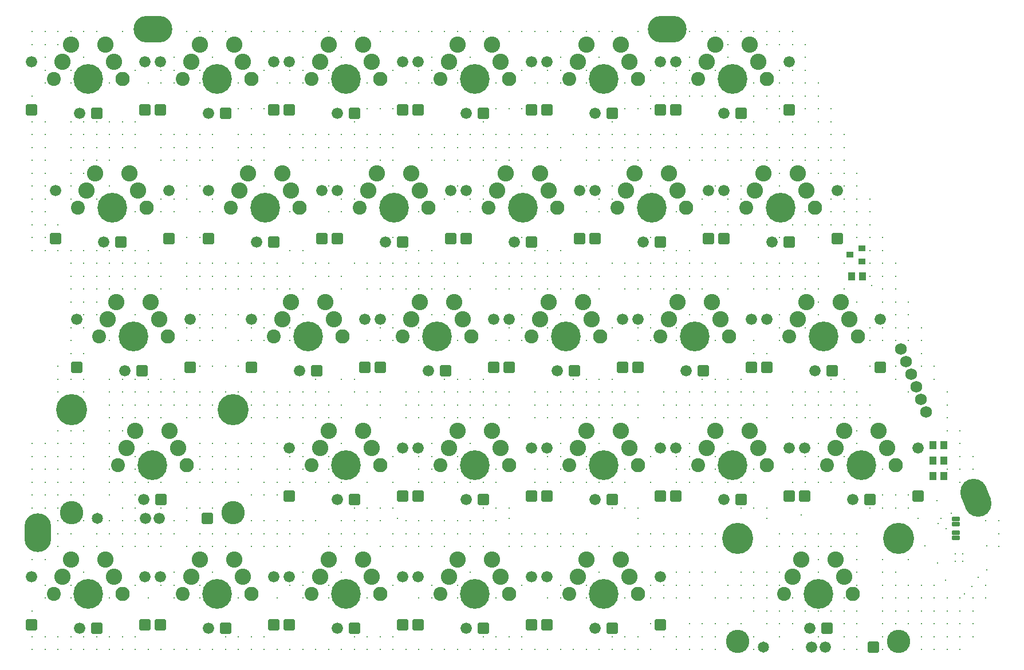
<source format=gts>
G04*
G04 #@! TF.GenerationSoftware,Altium Limited,Altium Designer,18.1.7 (191)*
G04*
G04 Layer_Color=8388736*
%FSLAX25Y25*%
%MOIN*%
G70*
G01*
G75*
G04:AMPARAMS|DCode=18|XSize=26mil|YSize=46mil|CornerRadius=5mil|HoleSize=0mil|Usage=FLASHONLY|Rotation=90.000|XOffset=0mil|YOffset=0mil|HoleType=Round|Shape=RoundedRectangle|*
%AMROUNDEDRECTD18*
21,1,0.02600,0.03600,0,0,90.0*
21,1,0.01600,0.04600,0,0,90.0*
1,1,0.01000,0.01800,0.00800*
1,1,0.01000,0.01800,-0.00800*
1,1,0.01000,-0.01800,-0.00800*
1,1,0.01000,-0.01800,0.00800*
%
%ADD18ROUNDEDRECTD18*%
%ADD19R,0.04143X0.04537*%
%ADD20R,0.04427X0.03758*%
G04:AMPARAMS|DCode=21|XSize=65mil|YSize=65mil|CornerRadius=8.9mil|HoleSize=0mil|Usage=FLASHONLY|Rotation=270.000|XOffset=0mil|YOffset=0mil|HoleType=Round|Shape=RoundedRectangle|*
%AMROUNDEDRECTD21*
21,1,0.06500,0.04720,0,0,270.0*
21,1,0.04720,0.06500,0,0,270.0*
1,1,0.01780,-0.02360,-0.02360*
1,1,0.01780,-0.02360,0.02360*
1,1,0.01780,0.02360,0.02360*
1,1,0.01780,0.02360,-0.02360*
%
%ADD21ROUNDEDRECTD21*%
%ADD22C,0.06600*%
%ADD23C,0.17300*%
%ADD24C,0.08300*%
%ADD25C,0.08100*%
%ADD26C,0.09500*%
G04:AMPARAMS|DCode=27|XSize=65mil|YSize=65mil|CornerRadius=8.9mil|HoleSize=0mil|Usage=FLASHONLY|Rotation=0.000|XOffset=0mil|YOffset=0mil|HoleType=Round|Shape=RoundedRectangle|*
%AMROUNDEDRECTD27*
21,1,0.06500,0.04720,0,0,0.0*
21,1,0.04720,0.06500,0,0,0.0*
1,1,0.01780,0.02360,-0.02360*
1,1,0.01780,-0.02360,-0.02360*
1,1,0.01780,-0.02360,0.02360*
1,1,0.01780,0.02360,0.02360*
%
%ADD27ROUNDEDRECTD27*%
%ADD28C,0.06500*%
%ADD29C,0.18100*%
%ADD30C,0.13600*%
%ADD31C,0.06900*%
%ADD32O,0.15600X0.22600*%
G04:AMPARAMS|DCode=33|XSize=226mil|YSize=156mil|CornerRadius=0mil|HoleSize=0mil|Usage=FLASHONLY|Rotation=112.000|XOffset=0mil|YOffset=0mil|HoleType=Round|Shape=Round|*
%AMOVALD33*
21,1,0.07000,0.15600,0.00000,0.00000,112.0*
1,1,0.15600,0.01311,-0.03245*
1,1,0.15600,-0.01311,0.03245*
%
%ADD33OVALD33*%

%ADD34O,0.22600X0.15600*%
%ADD35C,0.01200*%
D18*
X545000Y72500D02*
D03*
Y75500D02*
D03*
Y80500D02*
D03*
Y83500D02*
D03*
D19*
X538150Y117500D02*
D03*
X531850Y117500D02*
D03*
X538150Y126500D02*
D03*
X531850Y126500D02*
D03*
X538150Y108500D02*
D03*
X531850Y108500D02*
D03*
X490650Y225000D02*
D03*
X484350D02*
D03*
D20*
X490484Y241240D02*
D03*
Y233760D02*
D03*
X483516Y237500D02*
D03*
D21*
X6962Y321962D02*
D03*
X72962D02*
D03*
X147962D02*
D03*
X81963D02*
D03*
X156963D02*
D03*
X222962D02*
D03*
X297962D02*
D03*
X231962D02*
D03*
X306962D02*
D03*
X372962D02*
D03*
X447963D02*
D03*
X381962D02*
D03*
X21025Y246962D02*
D03*
X87025D02*
D03*
X176087D02*
D03*
X110088D02*
D03*
X185088D02*
D03*
X251087D02*
D03*
X326087D02*
D03*
X260087D02*
D03*
X335087D02*
D03*
X401088D02*
D03*
X476088D02*
D03*
X410087D02*
D03*
X33525Y171962D02*
D03*
X99525D02*
D03*
X201087D02*
D03*
X135088D02*
D03*
X210087D02*
D03*
X276087D02*
D03*
X351087D02*
D03*
X285087D02*
D03*
X360087D02*
D03*
X426088D02*
D03*
X501088D02*
D03*
X435087D02*
D03*
X156963Y96962D02*
D03*
X222962D02*
D03*
X297962D02*
D03*
X231962D02*
D03*
X306962D02*
D03*
X372962D02*
D03*
X447963D02*
D03*
X381962D02*
D03*
X456962D02*
D03*
X522963D02*
D03*
X72962Y21962D02*
D03*
X6962D02*
D03*
X81963D02*
D03*
X147962D02*
D03*
X222962D02*
D03*
X156963D02*
D03*
X231962D02*
D03*
X297962D02*
D03*
X372962D02*
D03*
X306962D02*
D03*
D22*
X6962Y349962D02*
D03*
X34962Y319963D02*
D03*
X72962Y349962D02*
D03*
X147962D02*
D03*
X109962Y319963D02*
D03*
X81963Y349962D02*
D03*
X156963D02*
D03*
X184962Y319963D02*
D03*
X222962Y349962D02*
D03*
X297962D02*
D03*
X259963Y319963D02*
D03*
X231962Y349962D02*
D03*
X306962D02*
D03*
X334963Y319963D02*
D03*
X372962Y349962D02*
D03*
X447963D02*
D03*
X409963Y319963D02*
D03*
X381962Y349962D02*
D03*
X21025Y274962D02*
D03*
X49025Y244963D02*
D03*
X87025Y274962D02*
D03*
X176087D02*
D03*
X138087Y244963D02*
D03*
X110088Y274962D02*
D03*
X185088D02*
D03*
X213088Y244963D02*
D03*
X251087Y274962D02*
D03*
X326087D02*
D03*
X288088Y244963D02*
D03*
X260087Y274962D02*
D03*
X335087D02*
D03*
X363088Y244963D02*
D03*
X401088Y274962D02*
D03*
X476088D02*
D03*
X438088Y244963D02*
D03*
X410087Y274962D02*
D03*
X33525Y199962D02*
D03*
X61525Y169963D02*
D03*
X99525Y199962D02*
D03*
X201087D02*
D03*
X163087Y169963D02*
D03*
X135088Y199962D02*
D03*
X210087D02*
D03*
X238088Y169963D02*
D03*
X276087Y199962D02*
D03*
X351087D02*
D03*
X313088Y169963D02*
D03*
X285087Y199962D02*
D03*
X360087D02*
D03*
X388088Y169963D02*
D03*
X426088Y199962D02*
D03*
X501088D02*
D03*
X463088Y169963D02*
D03*
X435087Y199962D02*
D03*
X73462Y83963D02*
D03*
X72462Y94963D02*
D03*
X81463Y83963D02*
D03*
X156963Y124962D02*
D03*
X184962Y94963D02*
D03*
X222962Y124962D02*
D03*
X297962D02*
D03*
X259963Y94963D02*
D03*
X231962Y124962D02*
D03*
X306962D02*
D03*
X334963Y94963D02*
D03*
X372962Y124962D02*
D03*
X447963D02*
D03*
X409963Y94963D02*
D03*
X381962Y124962D02*
D03*
X456962D02*
D03*
X484963Y94963D02*
D03*
X522963Y124962D02*
D03*
X72962Y49962D02*
D03*
X34962Y19963D02*
D03*
X6962Y49962D02*
D03*
X81963D02*
D03*
X109962Y19963D02*
D03*
X147962Y49962D02*
D03*
X222962D02*
D03*
X184962Y19963D02*
D03*
X156963Y49962D02*
D03*
X231962D02*
D03*
X259963Y19963D02*
D03*
X297962Y49962D02*
D03*
X372962D02*
D03*
X334963Y19963D02*
D03*
X306962Y49962D02*
D03*
X460962Y8963D02*
D03*
X459963Y19963D02*
D03*
X468962Y8963D02*
D03*
D23*
X39963Y339963D02*
D03*
X114962D02*
D03*
X189962D02*
D03*
X264963D02*
D03*
X339963D02*
D03*
X414962D02*
D03*
X54025Y264963D02*
D03*
X143087D02*
D03*
X218088D02*
D03*
X293088D02*
D03*
X368088D02*
D03*
X443087D02*
D03*
X66525Y189962D02*
D03*
X168087D02*
D03*
X243088D02*
D03*
X318088D02*
D03*
X393088D02*
D03*
X468087D02*
D03*
X77463Y114962D02*
D03*
X189962D02*
D03*
X264963D02*
D03*
X339963D02*
D03*
X414962D02*
D03*
X489962D02*
D03*
X39963Y39963D02*
D03*
X114962D02*
D03*
X189962D02*
D03*
X264963D02*
D03*
X339963D02*
D03*
X464962D02*
D03*
D24*
X59962Y339963D02*
D03*
X134962D02*
D03*
X209963D02*
D03*
X284963D02*
D03*
X359963D02*
D03*
X434963D02*
D03*
X74025Y264963D02*
D03*
X163087D02*
D03*
X238088D02*
D03*
X313088D02*
D03*
X388088D02*
D03*
X463088D02*
D03*
X86525Y189962D02*
D03*
X188087D02*
D03*
X263088D02*
D03*
X338088D02*
D03*
X413088D02*
D03*
X488088D02*
D03*
X97462Y114962D02*
D03*
X209963D02*
D03*
X284963D02*
D03*
X359963D02*
D03*
X434963D02*
D03*
X509963D02*
D03*
X59962Y39963D02*
D03*
X134962D02*
D03*
X209963D02*
D03*
X284963D02*
D03*
X359963D02*
D03*
X484963D02*
D03*
D25*
X19963Y339963D02*
D03*
X94963D02*
D03*
X169963D02*
D03*
X244963D02*
D03*
X319963D02*
D03*
X394963D02*
D03*
X34025Y264963D02*
D03*
X123088D02*
D03*
X198088D02*
D03*
X273088D02*
D03*
X348088D02*
D03*
X423088D02*
D03*
X46525Y189962D02*
D03*
X148088D02*
D03*
X223088D02*
D03*
X298088D02*
D03*
X373088D02*
D03*
X448088D02*
D03*
X57463Y114962D02*
D03*
X169963D02*
D03*
X244963D02*
D03*
X319963D02*
D03*
X394963D02*
D03*
X469963D02*
D03*
X19963Y39963D02*
D03*
X94963D02*
D03*
X169963D02*
D03*
X244963D02*
D03*
X319963D02*
D03*
X444963D02*
D03*
D26*
X24962Y349962D02*
D03*
X49962Y359963D02*
D03*
X29963D02*
D03*
X54962Y349962D02*
D03*
X129963D02*
D03*
X104963Y359963D02*
D03*
X124962D02*
D03*
X99963Y349962D02*
D03*
X174962D02*
D03*
X199962Y359963D02*
D03*
X179963D02*
D03*
X204962Y349962D02*
D03*
X279962D02*
D03*
X254962Y359963D02*
D03*
X274962D02*
D03*
X249962Y349962D02*
D03*
X324962D02*
D03*
X349962Y359963D02*
D03*
X329962D02*
D03*
X354962Y349962D02*
D03*
X429962D02*
D03*
X404962Y359963D02*
D03*
X424963D02*
D03*
X399962Y349962D02*
D03*
X39025Y274962D02*
D03*
X64025Y284963D02*
D03*
X44025D02*
D03*
X69025Y274962D02*
D03*
X158088D02*
D03*
X133088Y284963D02*
D03*
X153087D02*
D03*
X128087Y274962D02*
D03*
X203087D02*
D03*
X228087Y284963D02*
D03*
X208087D02*
D03*
X233087Y274962D02*
D03*
X308087D02*
D03*
X283087Y284963D02*
D03*
X303087D02*
D03*
X278087Y274962D02*
D03*
X353087D02*
D03*
X378087Y284963D02*
D03*
X358087D02*
D03*
X383087Y274962D02*
D03*
X458087D02*
D03*
X433087Y284963D02*
D03*
X453088D02*
D03*
X428088Y274962D02*
D03*
X51525Y199962D02*
D03*
X76525Y209963D02*
D03*
X56525D02*
D03*
X81525Y199962D02*
D03*
X183088D02*
D03*
X158088Y209963D02*
D03*
X178087D02*
D03*
X153087Y199962D02*
D03*
X228087D02*
D03*
X253087Y209963D02*
D03*
X233087D02*
D03*
X258087Y199962D02*
D03*
X333087D02*
D03*
X308087Y209963D02*
D03*
X328087D02*
D03*
X303087Y199962D02*
D03*
X378087D02*
D03*
X403088Y209963D02*
D03*
X383087D02*
D03*
X408087Y199962D02*
D03*
X483087D02*
D03*
X458087Y209963D02*
D03*
X478088D02*
D03*
X453088Y199962D02*
D03*
X62463Y124962D02*
D03*
X87463Y134962D02*
D03*
X67462D02*
D03*
X92462Y124962D02*
D03*
X174962D02*
D03*
X199962Y134962D02*
D03*
X179963D02*
D03*
X204962Y124962D02*
D03*
X279962D02*
D03*
X254962Y134962D02*
D03*
X274962D02*
D03*
X249962Y124962D02*
D03*
X324962D02*
D03*
X349962Y134962D02*
D03*
X329962D02*
D03*
X354962Y124962D02*
D03*
X429962D02*
D03*
X404962Y134962D02*
D03*
X424963D02*
D03*
X399962Y124962D02*
D03*
X474963D02*
D03*
X499963Y134962D02*
D03*
X479962D02*
D03*
X504962Y124962D02*
D03*
X54962Y49962D02*
D03*
X29963Y59962D02*
D03*
X49962D02*
D03*
X24962Y49962D02*
D03*
X99963D02*
D03*
X124962Y59962D02*
D03*
X104963D02*
D03*
X129963Y49962D02*
D03*
X204962D02*
D03*
X179963Y59962D02*
D03*
X199962D02*
D03*
X174962Y49962D02*
D03*
X249962D02*
D03*
X274962Y59962D02*
D03*
X254962D02*
D03*
X279962Y49962D02*
D03*
X354962D02*
D03*
X329962Y59962D02*
D03*
X349962D02*
D03*
X324962Y49962D02*
D03*
X449963D02*
D03*
X474963Y59962D02*
D03*
X454962D02*
D03*
X479962Y49962D02*
D03*
D27*
X44962Y319963D02*
D03*
X119963D02*
D03*
X194963D02*
D03*
X269963D02*
D03*
X344963D02*
D03*
X419963D02*
D03*
X59025Y244963D02*
D03*
X148088D02*
D03*
X223088D02*
D03*
X298088D02*
D03*
X373088D02*
D03*
X448088D02*
D03*
X71525Y169963D02*
D03*
X173088D02*
D03*
X248088D02*
D03*
X323088D02*
D03*
X398088D02*
D03*
X473088D02*
D03*
X82463Y94963D02*
D03*
X109462Y83963D02*
D03*
X194963Y94963D02*
D03*
X269963D02*
D03*
X344963D02*
D03*
X419963D02*
D03*
X494963D02*
D03*
X44962Y19963D02*
D03*
X119963D02*
D03*
X194963D02*
D03*
X269963D02*
D03*
X344963D02*
D03*
X469963D02*
D03*
X496962Y8963D02*
D03*
D28*
X45463Y83963D02*
D03*
X432963Y8963D02*
D03*
D29*
X124363Y147462D02*
D03*
X30562D02*
D03*
X511863Y72462D02*
D03*
X418062D02*
D03*
D30*
X124363Y87463D02*
D03*
X30562D02*
D03*
X511863Y12462D02*
D03*
X418062D02*
D03*
D31*
X527859Y146074D02*
D03*
X524909Y153375D02*
D03*
X521959Y160675D02*
D03*
X519000Y168000D02*
D03*
X516041Y175325D02*
D03*
X513091Y182625D02*
D03*
D32*
X10836Y75765D02*
D03*
D33*
X556660Y95953D02*
D03*
D34*
X376978Y369089D02*
D03*
X77765D02*
D03*
D35*
X570000Y82500D02*
D03*
Y75000D02*
D03*
Y67500D02*
D03*
X562500Y82500D02*
D03*
Y45000D02*
D03*
Y37500D02*
D03*
X555000Y120000D02*
D03*
Y112500D02*
D03*
Y37500D02*
D03*
Y30000D02*
D03*
Y22500D02*
D03*
Y15000D02*
D03*
X547500Y135000D02*
D03*
Y127500D02*
D03*
Y120000D02*
D03*
Y112500D02*
D03*
Y105000D02*
D03*
Y37500D02*
D03*
Y30000D02*
D03*
Y22500D02*
D03*
Y15000D02*
D03*
Y7500D02*
D03*
X540000Y157500D02*
D03*
Y150000D02*
D03*
Y142500D02*
D03*
Y135000D02*
D03*
Y112500D02*
D03*
Y37500D02*
D03*
Y30000D02*
D03*
Y22500D02*
D03*
Y15000D02*
D03*
Y7500D02*
D03*
X532500Y172500D02*
D03*
Y165000D02*
D03*
Y45000D02*
D03*
Y37500D02*
D03*
Y30000D02*
D03*
Y22500D02*
D03*
Y15000D02*
D03*
Y7500D02*
D03*
X525000Y195000D02*
D03*
Y187500D02*
D03*
Y180000D02*
D03*
Y172500D02*
D03*
Y45000D02*
D03*
Y37500D02*
D03*
Y30000D02*
D03*
Y22500D02*
D03*
Y15000D02*
D03*
Y7500D02*
D03*
X517500Y210000D02*
D03*
Y202500D02*
D03*
Y195000D02*
D03*
Y187500D02*
D03*
Y157500D02*
D03*
Y97500D02*
D03*
Y90000D02*
D03*
Y60000D02*
D03*
Y45000D02*
D03*
Y37500D02*
D03*
Y30000D02*
D03*
Y22500D02*
D03*
X510000Y232500D02*
D03*
Y225000D02*
D03*
Y217500D02*
D03*
Y210000D02*
D03*
Y202500D02*
D03*
Y195000D02*
D03*
Y187500D02*
D03*
Y172500D02*
D03*
Y165000D02*
D03*
Y97500D02*
D03*
Y90000D02*
D03*
Y52500D02*
D03*
Y45000D02*
D03*
Y37500D02*
D03*
Y30000D02*
D03*
Y22500D02*
D03*
X502500Y247500D02*
D03*
Y240000D02*
D03*
Y232500D02*
D03*
Y225000D02*
D03*
Y217500D02*
D03*
Y210000D02*
D03*
Y195000D02*
D03*
Y187500D02*
D03*
Y112500D02*
D03*
Y97500D02*
D03*
Y90000D02*
D03*
Y60000D02*
D03*
Y52500D02*
D03*
Y45000D02*
D03*
Y37500D02*
D03*
Y30000D02*
D03*
Y22500D02*
D03*
Y15000D02*
D03*
Y7500D02*
D03*
X495000Y270000D02*
D03*
Y262500D02*
D03*
Y255000D02*
D03*
Y247500D02*
D03*
Y240000D02*
D03*
Y232500D02*
D03*
Y225000D02*
D03*
Y195000D02*
D03*
Y187500D02*
D03*
Y172500D02*
D03*
Y150000D02*
D03*
Y142500D02*
D03*
Y90000D02*
D03*
X487500Y285000D02*
D03*
Y277500D02*
D03*
Y270000D02*
D03*
Y262500D02*
D03*
Y255000D02*
D03*
Y247500D02*
D03*
Y210000D02*
D03*
Y157500D02*
D03*
Y150000D02*
D03*
Y142500D02*
D03*
Y135000D02*
D03*
Y127500D02*
D03*
Y75000D02*
D03*
Y67500D02*
D03*
Y60000D02*
D03*
Y52500D02*
D03*
Y45000D02*
D03*
Y30000D02*
D03*
Y22500D02*
D03*
Y15000D02*
D03*
Y7500D02*
D03*
X480000Y307500D02*
D03*
Y300000D02*
D03*
Y292500D02*
D03*
Y285000D02*
D03*
Y277500D02*
D03*
Y270000D02*
D03*
Y262500D02*
D03*
Y255000D02*
D03*
Y232500D02*
D03*
Y217500D02*
D03*
Y165000D02*
D03*
Y157500D02*
D03*
Y150000D02*
D03*
Y142500D02*
D03*
Y120000D02*
D03*
Y105000D02*
D03*
Y75000D02*
D03*
Y67500D02*
D03*
Y37500D02*
D03*
Y30000D02*
D03*
Y22500D02*
D03*
Y15000D02*
D03*
Y7500D02*
D03*
X472500Y322500D02*
D03*
Y315000D02*
D03*
Y307500D02*
D03*
Y300000D02*
D03*
Y292500D02*
D03*
Y285000D02*
D03*
Y270000D02*
D03*
Y262500D02*
D03*
Y255000D02*
D03*
Y165000D02*
D03*
Y157500D02*
D03*
Y150000D02*
D03*
Y142500D02*
D03*
Y105000D02*
D03*
Y75000D02*
D03*
Y67500D02*
D03*
Y30000D02*
D03*
X465000Y337500D02*
D03*
Y330000D02*
D03*
Y322500D02*
D03*
Y315000D02*
D03*
Y300000D02*
D03*
Y292500D02*
D03*
Y285000D02*
D03*
Y255000D02*
D03*
Y247500D02*
D03*
Y232500D02*
D03*
Y225000D02*
D03*
Y217500D02*
D03*
Y210000D02*
D03*
Y202500D02*
D03*
Y157500D02*
D03*
Y150000D02*
D03*
Y142500D02*
D03*
Y127500D02*
D03*
Y120000D02*
D03*
Y112500D02*
D03*
Y105000D02*
D03*
Y75000D02*
D03*
Y67500D02*
D03*
Y60000D02*
D03*
Y52500D02*
D03*
Y30000D02*
D03*
Y15000D02*
D03*
X457500Y360000D02*
D03*
Y352500D02*
D03*
Y345000D02*
D03*
Y337500D02*
D03*
Y330000D02*
D03*
Y322500D02*
D03*
Y307500D02*
D03*
Y300000D02*
D03*
Y292500D02*
D03*
Y262500D02*
D03*
Y255000D02*
D03*
Y232500D02*
D03*
Y225000D02*
D03*
Y217500D02*
D03*
Y195000D02*
D03*
Y157500D02*
D03*
Y150000D02*
D03*
Y142500D02*
D03*
Y120000D02*
D03*
Y112500D02*
D03*
Y105000D02*
D03*
Y75000D02*
D03*
Y67500D02*
D03*
Y30000D02*
D03*
X450000Y367500D02*
D03*
Y360000D02*
D03*
Y345000D02*
D03*
Y337500D02*
D03*
Y330000D02*
D03*
Y315000D02*
D03*
Y307500D02*
D03*
Y300000D02*
D03*
Y292500D02*
D03*
Y255000D02*
D03*
Y232500D02*
D03*
Y225000D02*
D03*
Y217500D02*
D03*
Y157500D02*
D03*
Y150000D02*
D03*
Y142500D02*
D03*
Y112500D02*
D03*
Y105000D02*
D03*
Y75000D02*
D03*
Y67500D02*
D03*
Y37500D02*
D03*
Y30000D02*
D03*
Y22500D02*
D03*
Y7500D02*
D03*
X442500Y367500D02*
D03*
Y360000D02*
D03*
Y345000D02*
D03*
Y337500D02*
D03*
Y330000D02*
D03*
Y322500D02*
D03*
Y315000D02*
D03*
Y300000D02*
D03*
Y292500D02*
D03*
Y285000D02*
D03*
Y277500D02*
D03*
Y247500D02*
D03*
Y232500D02*
D03*
Y225000D02*
D03*
Y217500D02*
D03*
Y202500D02*
D03*
Y195000D02*
D03*
Y187500D02*
D03*
Y75000D02*
D03*
Y67500D02*
D03*
Y52500D02*
D03*
Y45000D02*
D03*
Y30000D02*
D03*
Y22500D02*
D03*
Y15000D02*
D03*
X435000Y367500D02*
D03*
Y360000D02*
D03*
Y330000D02*
D03*
Y322500D02*
D03*
Y307500D02*
D03*
Y300000D02*
D03*
Y292500D02*
D03*
Y255000D02*
D03*
Y232500D02*
D03*
Y225000D02*
D03*
Y217500D02*
D03*
Y180000D02*
D03*
Y157500D02*
D03*
Y150000D02*
D03*
Y142500D02*
D03*
Y90000D02*
D03*
Y67500D02*
D03*
Y52500D02*
D03*
Y45000D02*
D03*
Y37500D02*
D03*
Y30000D02*
D03*
Y22500D02*
D03*
X427500Y367500D02*
D03*
Y337500D02*
D03*
Y330000D02*
D03*
Y315000D02*
D03*
Y307500D02*
D03*
Y300000D02*
D03*
Y292500D02*
D03*
Y255000D02*
D03*
Y232500D02*
D03*
Y225000D02*
D03*
Y217500D02*
D03*
Y187500D02*
D03*
Y180000D02*
D03*
Y157500D02*
D03*
Y150000D02*
D03*
Y112500D02*
D03*
Y105000D02*
D03*
Y90000D02*
D03*
Y52500D02*
D03*
Y45000D02*
D03*
Y37500D02*
D03*
Y30000D02*
D03*
Y15000D02*
D03*
Y7500D02*
D03*
X420000Y367500D02*
D03*
Y315000D02*
D03*
Y307500D02*
D03*
Y300000D02*
D03*
Y292500D02*
D03*
Y277500D02*
D03*
Y270000D02*
D03*
Y255000D02*
D03*
Y232500D02*
D03*
Y165000D02*
D03*
Y157500D02*
D03*
Y150000D02*
D03*
Y142500D02*
D03*
Y105000D02*
D03*
Y90000D02*
D03*
Y52500D02*
D03*
Y45000D02*
D03*
Y37500D02*
D03*
Y22500D02*
D03*
X412500Y367500D02*
D03*
Y360000D02*
D03*
Y352500D02*
D03*
Y307500D02*
D03*
Y300000D02*
D03*
Y292500D02*
D03*
Y270000D02*
D03*
Y262500D02*
D03*
Y255000D02*
D03*
Y225000D02*
D03*
Y217500D02*
D03*
Y165000D02*
D03*
Y157500D02*
D03*
Y150000D02*
D03*
Y142500D02*
D03*
Y127500D02*
D03*
Y105000D02*
D03*
Y45000D02*
D03*
Y37500D02*
D03*
Y22500D02*
D03*
X405000Y367500D02*
D03*
Y345000D02*
D03*
Y330000D02*
D03*
Y307500D02*
D03*
Y300000D02*
D03*
Y292500D02*
D03*
Y277500D02*
D03*
Y262500D02*
D03*
Y255000D02*
D03*
Y232500D02*
D03*
Y225000D02*
D03*
Y187500D02*
D03*
Y165000D02*
D03*
Y157500D02*
D03*
Y150000D02*
D03*
Y142500D02*
D03*
Y120000D02*
D03*
Y112500D02*
D03*
Y105000D02*
D03*
Y75000D02*
D03*
Y67500D02*
D03*
Y52500D02*
D03*
Y37500D02*
D03*
Y22500D02*
D03*
Y15000D02*
D03*
Y7500D02*
D03*
X397500Y367500D02*
D03*
Y330000D02*
D03*
Y307500D02*
D03*
Y300000D02*
D03*
Y292500D02*
D03*
Y270000D02*
D03*
Y255000D02*
D03*
Y232500D02*
D03*
Y225000D02*
D03*
Y217500D02*
D03*
Y202500D02*
D03*
Y165000D02*
D03*
Y157500D02*
D03*
Y150000D02*
D03*
Y142500D02*
D03*
Y105000D02*
D03*
Y75000D02*
D03*
Y67500D02*
D03*
Y52500D02*
D03*
Y45000D02*
D03*
Y22500D02*
D03*
Y15000D02*
D03*
Y7500D02*
D03*
X390000Y367500D02*
D03*
Y352500D02*
D03*
Y345000D02*
D03*
Y337500D02*
D03*
Y330000D02*
D03*
Y300000D02*
D03*
Y292500D02*
D03*
Y240000D02*
D03*
Y232500D02*
D03*
Y225000D02*
D03*
Y217500D02*
D03*
Y202500D02*
D03*
Y157500D02*
D03*
Y150000D02*
D03*
Y142500D02*
D03*
Y127500D02*
D03*
Y120000D02*
D03*
Y112500D02*
D03*
Y105000D02*
D03*
Y75000D02*
D03*
Y67500D02*
D03*
Y52500D02*
D03*
Y45000D02*
D03*
Y37500D02*
D03*
Y22500D02*
D03*
Y15000D02*
D03*
Y7500D02*
D03*
X382500Y345000D02*
D03*
Y337500D02*
D03*
Y330000D02*
D03*
Y307500D02*
D03*
Y300000D02*
D03*
Y262500D02*
D03*
Y240000D02*
D03*
Y232500D02*
D03*
Y225000D02*
D03*
Y217500D02*
D03*
Y195000D02*
D03*
Y187500D02*
D03*
Y157500D02*
D03*
Y150000D02*
D03*
Y142500D02*
D03*
Y120000D02*
D03*
Y112500D02*
D03*
Y105000D02*
D03*
Y75000D02*
D03*
Y67500D02*
D03*
Y52500D02*
D03*
Y45000D02*
D03*
Y37500D02*
D03*
Y15000D02*
D03*
Y7500D02*
D03*
X375000Y337500D02*
D03*
Y330000D02*
D03*
Y307500D02*
D03*
Y300000D02*
D03*
Y240000D02*
D03*
Y232500D02*
D03*
Y225000D02*
D03*
Y217500D02*
D03*
Y157500D02*
D03*
Y150000D02*
D03*
Y142500D02*
D03*
Y75000D02*
D03*
Y67500D02*
D03*
Y45000D02*
D03*
Y37500D02*
D03*
Y15000D02*
D03*
X367500Y345000D02*
D03*
Y330000D02*
D03*
Y322500D02*
D03*
Y307500D02*
D03*
Y300000D02*
D03*
Y292500D02*
D03*
Y277500D02*
D03*
Y247500D02*
D03*
Y232500D02*
D03*
Y225000D02*
D03*
Y217500D02*
D03*
Y202500D02*
D03*
Y195000D02*
D03*
Y187500D02*
D03*
Y120000D02*
D03*
Y105000D02*
D03*
Y75000D02*
D03*
Y67500D02*
D03*
Y45000D02*
D03*
Y37500D02*
D03*
Y22500D02*
D03*
Y7500D02*
D03*
X360000Y367500D02*
D03*
Y322500D02*
D03*
Y307500D02*
D03*
Y300000D02*
D03*
Y292500D02*
D03*
Y232500D02*
D03*
Y225000D02*
D03*
Y217500D02*
D03*
Y195000D02*
D03*
Y187500D02*
D03*
Y157500D02*
D03*
Y150000D02*
D03*
Y142500D02*
D03*
Y90000D02*
D03*
Y75000D02*
D03*
Y67500D02*
D03*
Y15000D02*
D03*
Y7500D02*
D03*
X352500Y337500D02*
D03*
Y322500D02*
D03*
Y307500D02*
D03*
Y300000D02*
D03*
Y292500D02*
D03*
Y232500D02*
D03*
Y225000D02*
D03*
Y217500D02*
D03*
Y157500D02*
D03*
Y150000D02*
D03*
Y112500D02*
D03*
Y105000D02*
D03*
Y90000D02*
D03*
Y37500D02*
D03*
Y15000D02*
D03*
Y7500D02*
D03*
X345000Y367500D02*
D03*
Y315000D02*
D03*
Y307500D02*
D03*
Y300000D02*
D03*
Y292500D02*
D03*
Y277500D02*
D03*
Y270000D02*
D03*
Y232500D02*
D03*
Y195000D02*
D03*
Y165000D02*
D03*
Y157500D02*
D03*
Y150000D02*
D03*
Y142500D02*
D03*
Y105000D02*
D03*
Y90000D02*
D03*
Y67500D02*
D03*
Y15000D02*
D03*
Y7500D02*
D03*
X337500Y367500D02*
D03*
Y352500D02*
D03*
Y307500D02*
D03*
Y300000D02*
D03*
Y292500D02*
D03*
Y270000D02*
D03*
Y262500D02*
D03*
Y225000D02*
D03*
Y217500D02*
D03*
Y165000D02*
D03*
Y157500D02*
D03*
Y150000D02*
D03*
Y142500D02*
D03*
Y127500D02*
D03*
Y105000D02*
D03*
Y67500D02*
D03*
Y52500D02*
D03*
Y7500D02*
D03*
X330000Y367500D02*
D03*
Y345000D02*
D03*
Y337500D02*
D03*
Y307500D02*
D03*
Y300000D02*
D03*
Y292500D02*
D03*
Y277500D02*
D03*
Y262500D02*
D03*
Y232500D02*
D03*
Y225000D02*
D03*
Y187500D02*
D03*
Y165000D02*
D03*
Y157500D02*
D03*
Y150000D02*
D03*
Y142500D02*
D03*
Y120000D02*
D03*
Y112500D02*
D03*
Y105000D02*
D03*
Y75000D02*
D03*
Y45000D02*
D03*
Y37500D02*
D03*
Y7500D02*
D03*
X322500Y367500D02*
D03*
Y307500D02*
D03*
Y232500D02*
D03*
Y225000D02*
D03*
Y217500D02*
D03*
Y202500D02*
D03*
Y165000D02*
D03*
Y157500D02*
D03*
Y150000D02*
D03*
Y142500D02*
D03*
Y105000D02*
D03*
Y75000D02*
D03*
Y67500D02*
D03*
Y7500D02*
D03*
X315000Y367500D02*
D03*
Y352500D02*
D03*
Y345000D02*
D03*
Y337500D02*
D03*
Y300000D02*
D03*
Y292500D02*
D03*
Y240000D02*
D03*
Y232500D02*
D03*
Y225000D02*
D03*
Y217500D02*
D03*
Y202500D02*
D03*
Y157500D02*
D03*
Y150000D02*
D03*
Y142500D02*
D03*
Y127500D02*
D03*
Y120000D02*
D03*
Y112500D02*
D03*
Y105000D02*
D03*
Y75000D02*
D03*
Y67500D02*
D03*
Y45000D02*
D03*
Y37500D02*
D03*
Y7500D02*
D03*
X307500Y367500D02*
D03*
Y345000D02*
D03*
Y337500D02*
D03*
Y307500D02*
D03*
Y300000D02*
D03*
Y262500D02*
D03*
Y240000D02*
D03*
Y232500D02*
D03*
Y225000D02*
D03*
Y217500D02*
D03*
Y195000D02*
D03*
Y187500D02*
D03*
Y157500D02*
D03*
Y150000D02*
D03*
Y142500D02*
D03*
Y120000D02*
D03*
Y112500D02*
D03*
Y105000D02*
D03*
Y75000D02*
D03*
Y67500D02*
D03*
Y37500D02*
D03*
Y7500D02*
D03*
X300000Y367500D02*
D03*
Y337500D02*
D03*
Y307500D02*
D03*
Y300000D02*
D03*
Y240000D02*
D03*
Y232500D02*
D03*
Y225000D02*
D03*
Y217500D02*
D03*
Y157500D02*
D03*
Y150000D02*
D03*
Y142500D02*
D03*
Y112500D02*
D03*
Y105000D02*
D03*
Y75000D02*
D03*
Y67500D02*
D03*
Y7500D02*
D03*
X292500Y367500D02*
D03*
Y345000D02*
D03*
Y322500D02*
D03*
Y307500D02*
D03*
Y300000D02*
D03*
Y292500D02*
D03*
Y277500D02*
D03*
Y247500D02*
D03*
Y232500D02*
D03*
Y225000D02*
D03*
Y217500D02*
D03*
Y202500D02*
D03*
Y195000D02*
D03*
Y187500D02*
D03*
Y75000D02*
D03*
Y67500D02*
D03*
Y45000D02*
D03*
Y15000D02*
D03*
Y7500D02*
D03*
X285000Y367500D02*
D03*
Y322500D02*
D03*
Y307500D02*
D03*
Y300000D02*
D03*
Y292500D02*
D03*
Y232500D02*
D03*
Y225000D02*
D03*
Y217500D02*
D03*
Y195000D02*
D03*
Y187500D02*
D03*
Y157500D02*
D03*
Y150000D02*
D03*
Y142500D02*
D03*
Y90000D02*
D03*
Y75000D02*
D03*
Y67500D02*
D03*
Y15000D02*
D03*
Y7500D02*
D03*
X277500Y337500D02*
D03*
Y322500D02*
D03*
Y307500D02*
D03*
Y300000D02*
D03*
Y292500D02*
D03*
Y232500D02*
D03*
Y225000D02*
D03*
Y217500D02*
D03*
Y187500D02*
D03*
Y157500D02*
D03*
Y150000D02*
D03*
Y112500D02*
D03*
Y105000D02*
D03*
Y90000D02*
D03*
Y82500D02*
D03*
Y37500D02*
D03*
Y15000D02*
D03*
Y7500D02*
D03*
X270000Y367500D02*
D03*
Y315000D02*
D03*
Y307500D02*
D03*
Y300000D02*
D03*
Y292500D02*
D03*
Y277500D02*
D03*
Y270000D02*
D03*
Y232500D02*
D03*
Y165000D02*
D03*
Y157500D02*
D03*
Y150000D02*
D03*
Y142500D02*
D03*
Y105000D02*
D03*
Y90000D02*
D03*
Y82500D02*
D03*
Y75000D02*
D03*
Y67500D02*
D03*
Y15000D02*
D03*
Y7500D02*
D03*
X262500Y367500D02*
D03*
Y352500D02*
D03*
Y307500D02*
D03*
Y300000D02*
D03*
Y292500D02*
D03*
Y270000D02*
D03*
Y262500D02*
D03*
Y225000D02*
D03*
Y217500D02*
D03*
Y165000D02*
D03*
Y157500D02*
D03*
Y150000D02*
D03*
Y142500D02*
D03*
Y127500D02*
D03*
Y105000D02*
D03*
Y82500D02*
D03*
Y75000D02*
D03*
Y67500D02*
D03*
Y52500D02*
D03*
Y7500D02*
D03*
X255000Y367500D02*
D03*
Y345000D02*
D03*
Y337500D02*
D03*
Y307500D02*
D03*
Y300000D02*
D03*
Y292500D02*
D03*
Y277500D02*
D03*
Y262500D02*
D03*
Y232500D02*
D03*
Y225000D02*
D03*
Y187500D02*
D03*
Y165000D02*
D03*
Y157500D02*
D03*
Y150000D02*
D03*
Y142500D02*
D03*
Y120000D02*
D03*
Y112500D02*
D03*
Y105000D02*
D03*
Y82500D02*
D03*
Y75000D02*
D03*
Y45000D02*
D03*
Y37500D02*
D03*
Y7500D02*
D03*
X247500Y367500D02*
D03*
Y307500D02*
D03*
Y300000D02*
D03*
Y292500D02*
D03*
Y270000D02*
D03*
Y232500D02*
D03*
Y225000D02*
D03*
Y217500D02*
D03*
Y202500D02*
D03*
Y165000D02*
D03*
Y157500D02*
D03*
Y150000D02*
D03*
Y142500D02*
D03*
Y105000D02*
D03*
Y82500D02*
D03*
Y75000D02*
D03*
Y67500D02*
D03*
Y7500D02*
D03*
X240000Y367500D02*
D03*
Y352500D02*
D03*
Y345000D02*
D03*
Y337500D02*
D03*
Y307500D02*
D03*
Y300000D02*
D03*
Y292500D02*
D03*
Y240000D02*
D03*
Y232500D02*
D03*
Y225000D02*
D03*
Y217500D02*
D03*
Y202500D02*
D03*
Y157500D02*
D03*
Y150000D02*
D03*
Y142500D02*
D03*
Y127500D02*
D03*
Y120000D02*
D03*
Y112500D02*
D03*
Y105000D02*
D03*
Y82500D02*
D03*
Y75000D02*
D03*
Y67500D02*
D03*
Y45000D02*
D03*
Y37500D02*
D03*
Y7500D02*
D03*
X232500Y367500D02*
D03*
Y345000D02*
D03*
Y337500D02*
D03*
Y307500D02*
D03*
Y300000D02*
D03*
Y262500D02*
D03*
Y240000D02*
D03*
Y232500D02*
D03*
Y225000D02*
D03*
Y217500D02*
D03*
Y195000D02*
D03*
Y187500D02*
D03*
Y157500D02*
D03*
Y150000D02*
D03*
Y142500D02*
D03*
Y120000D02*
D03*
Y112500D02*
D03*
Y105000D02*
D03*
Y82500D02*
D03*
Y75000D02*
D03*
Y67500D02*
D03*
Y37500D02*
D03*
Y7500D02*
D03*
X225000Y367500D02*
D03*
Y337500D02*
D03*
Y240000D02*
D03*
Y232500D02*
D03*
Y225000D02*
D03*
Y217500D02*
D03*
Y157500D02*
D03*
Y150000D02*
D03*
Y142500D02*
D03*
Y82500D02*
D03*
Y75000D02*
D03*
Y67500D02*
D03*
Y7500D02*
D03*
X217500Y367500D02*
D03*
Y345000D02*
D03*
Y322500D02*
D03*
Y307500D02*
D03*
Y300000D02*
D03*
Y292500D02*
D03*
Y277500D02*
D03*
Y247500D02*
D03*
Y232500D02*
D03*
Y225000D02*
D03*
Y217500D02*
D03*
Y202500D02*
D03*
Y195000D02*
D03*
Y187500D02*
D03*
Y120000D02*
D03*
Y105000D02*
D03*
Y90000D02*
D03*
Y75000D02*
D03*
Y67500D02*
D03*
Y45000D02*
D03*
Y15000D02*
D03*
Y7500D02*
D03*
X210000Y367500D02*
D03*
Y322500D02*
D03*
Y307500D02*
D03*
Y300000D02*
D03*
Y292500D02*
D03*
Y232500D02*
D03*
Y225000D02*
D03*
Y217500D02*
D03*
Y195000D02*
D03*
Y187500D02*
D03*
Y157500D02*
D03*
Y150000D02*
D03*
Y142500D02*
D03*
Y90000D02*
D03*
Y82500D02*
D03*
Y67500D02*
D03*
Y15000D02*
D03*
Y7500D02*
D03*
X202500Y337500D02*
D03*
Y322500D02*
D03*
Y307500D02*
D03*
Y300000D02*
D03*
Y292500D02*
D03*
Y232500D02*
D03*
Y225000D02*
D03*
Y217500D02*
D03*
Y187500D02*
D03*
Y157500D02*
D03*
Y150000D02*
D03*
Y105000D02*
D03*
Y90000D02*
D03*
Y82500D02*
D03*
Y75000D02*
D03*
Y37500D02*
D03*
Y15000D02*
D03*
Y7500D02*
D03*
X195000Y367500D02*
D03*
Y315000D02*
D03*
Y307500D02*
D03*
Y300000D02*
D03*
Y292500D02*
D03*
Y277500D02*
D03*
Y270000D02*
D03*
Y232500D02*
D03*
Y165000D02*
D03*
Y157500D02*
D03*
Y90000D02*
D03*
Y82500D02*
D03*
Y75000D02*
D03*
Y67500D02*
D03*
Y15000D02*
D03*
Y7500D02*
D03*
X187500Y367500D02*
D03*
Y352500D02*
D03*
Y307500D02*
D03*
Y300000D02*
D03*
Y292500D02*
D03*
Y270000D02*
D03*
Y262500D02*
D03*
Y225000D02*
D03*
Y217500D02*
D03*
Y165000D02*
D03*
Y150000D02*
D03*
Y142500D02*
D03*
Y127500D02*
D03*
Y105000D02*
D03*
Y82500D02*
D03*
Y75000D02*
D03*
Y67500D02*
D03*
Y52500D02*
D03*
Y7500D02*
D03*
X180000Y367500D02*
D03*
Y345000D02*
D03*
Y337500D02*
D03*
Y307500D02*
D03*
Y300000D02*
D03*
Y292500D02*
D03*
Y277500D02*
D03*
Y262500D02*
D03*
Y232500D02*
D03*
Y225000D02*
D03*
Y157500D02*
D03*
Y150000D02*
D03*
Y142500D02*
D03*
Y120000D02*
D03*
Y112500D02*
D03*
Y105000D02*
D03*
Y75000D02*
D03*
Y67500D02*
D03*
Y45000D02*
D03*
Y37500D02*
D03*
Y7500D02*
D03*
X172500Y367500D02*
D03*
Y307500D02*
D03*
Y300000D02*
D03*
Y292500D02*
D03*
Y232500D02*
D03*
Y225000D02*
D03*
Y165000D02*
D03*
Y157500D02*
D03*
Y150000D02*
D03*
Y142500D02*
D03*
Y105000D02*
D03*
Y82500D02*
D03*
Y7500D02*
D03*
X165000Y367500D02*
D03*
Y352500D02*
D03*
Y345000D02*
D03*
Y337500D02*
D03*
Y307500D02*
D03*
Y300000D02*
D03*
Y292500D02*
D03*
Y240000D02*
D03*
Y232500D02*
D03*
Y217500D02*
D03*
Y202500D02*
D03*
Y157500D02*
D03*
Y150000D02*
D03*
Y142500D02*
D03*
Y127500D02*
D03*
Y120000D02*
D03*
Y112500D02*
D03*
Y105000D02*
D03*
Y82500D02*
D03*
Y75000D02*
D03*
Y52500D02*
D03*
Y45000D02*
D03*
Y37500D02*
D03*
Y7500D02*
D03*
X157500Y367500D02*
D03*
Y345000D02*
D03*
Y337500D02*
D03*
Y307500D02*
D03*
Y300000D02*
D03*
Y262500D02*
D03*
Y240000D02*
D03*
Y225000D02*
D03*
Y217500D02*
D03*
Y195000D02*
D03*
Y187500D02*
D03*
Y157500D02*
D03*
Y150000D02*
D03*
Y142500D02*
D03*
Y120000D02*
D03*
Y112500D02*
D03*
Y105000D02*
D03*
Y82500D02*
D03*
Y75000D02*
D03*
Y67500D02*
D03*
Y45000D02*
D03*
Y7500D02*
D03*
X150000Y367500D02*
D03*
Y337500D02*
D03*
Y232500D02*
D03*
Y225000D02*
D03*
Y217500D02*
D03*
Y157500D02*
D03*
Y150000D02*
D03*
Y142500D02*
D03*
Y127500D02*
D03*
Y112500D02*
D03*
Y105000D02*
D03*
Y97500D02*
D03*
Y82500D02*
D03*
Y75000D02*
D03*
Y67500D02*
D03*
Y37500D02*
D03*
Y7500D02*
D03*
X142500Y367500D02*
D03*
Y345000D02*
D03*
Y322500D02*
D03*
Y307500D02*
D03*
Y300000D02*
D03*
Y292500D02*
D03*
Y277500D02*
D03*
Y232500D02*
D03*
Y225000D02*
D03*
Y217500D02*
D03*
Y202500D02*
D03*
Y195000D02*
D03*
Y187500D02*
D03*
Y157500D02*
D03*
Y150000D02*
D03*
Y142500D02*
D03*
Y127500D02*
D03*
Y120000D02*
D03*
Y105000D02*
D03*
Y97500D02*
D03*
Y82500D02*
D03*
Y75000D02*
D03*
Y67500D02*
D03*
Y15000D02*
D03*
Y7500D02*
D03*
X135000Y367500D02*
D03*
Y322500D02*
D03*
Y307500D02*
D03*
Y300000D02*
D03*
Y292500D02*
D03*
Y232500D02*
D03*
Y225000D02*
D03*
Y217500D02*
D03*
Y195000D02*
D03*
Y187500D02*
D03*
Y157500D02*
D03*
Y150000D02*
D03*
Y142500D02*
D03*
Y127500D02*
D03*
Y120000D02*
D03*
Y112500D02*
D03*
Y97500D02*
D03*
Y82500D02*
D03*
Y75000D02*
D03*
Y67500D02*
D03*
Y15000D02*
D03*
Y7500D02*
D03*
X127500Y337500D02*
D03*
Y322500D02*
D03*
Y307500D02*
D03*
Y300000D02*
D03*
Y292500D02*
D03*
Y232500D02*
D03*
Y225000D02*
D03*
Y217500D02*
D03*
Y202500D02*
D03*
Y187500D02*
D03*
Y172500D02*
D03*
Y157500D02*
D03*
Y127500D02*
D03*
Y120000D02*
D03*
Y112500D02*
D03*
Y105000D02*
D03*
Y75000D02*
D03*
Y37500D02*
D03*
Y15000D02*
D03*
Y7500D02*
D03*
X120000Y367500D02*
D03*
Y232500D02*
D03*
Y225000D02*
D03*
Y217500D02*
D03*
Y202500D02*
D03*
Y195000D02*
D03*
Y172500D02*
D03*
Y157500D02*
D03*
Y127500D02*
D03*
Y120000D02*
D03*
Y112500D02*
D03*
Y105000D02*
D03*
Y75000D02*
D03*
Y67500D02*
D03*
Y15000D02*
D03*
Y7500D02*
D03*
X112500Y367500D02*
D03*
Y352500D02*
D03*
Y307500D02*
D03*
Y300000D02*
D03*
Y292500D02*
D03*
Y270000D02*
D03*
Y262500D02*
D03*
Y232500D02*
D03*
Y225000D02*
D03*
Y217500D02*
D03*
Y202500D02*
D03*
Y195000D02*
D03*
Y187500D02*
D03*
Y172500D02*
D03*
Y157500D02*
D03*
Y150000D02*
D03*
Y142500D02*
D03*
Y127500D02*
D03*
Y120000D02*
D03*
Y112500D02*
D03*
Y105000D02*
D03*
Y90000D02*
D03*
Y75000D02*
D03*
Y67500D02*
D03*
Y52500D02*
D03*
Y7500D02*
D03*
X105000Y367500D02*
D03*
Y345000D02*
D03*
Y337500D02*
D03*
Y307500D02*
D03*
Y300000D02*
D03*
Y292500D02*
D03*
Y277500D02*
D03*
Y262500D02*
D03*
Y247500D02*
D03*
Y232500D02*
D03*
Y225000D02*
D03*
Y217500D02*
D03*
Y202500D02*
D03*
Y195000D02*
D03*
Y187500D02*
D03*
Y172500D02*
D03*
Y157500D02*
D03*
Y150000D02*
D03*
Y142500D02*
D03*
Y127500D02*
D03*
Y120000D02*
D03*
Y112500D02*
D03*
Y105000D02*
D03*
Y90000D02*
D03*
Y75000D02*
D03*
Y67500D02*
D03*
Y45000D02*
D03*
Y37500D02*
D03*
Y7500D02*
D03*
X97500Y367500D02*
D03*
Y307500D02*
D03*
Y300000D02*
D03*
Y292500D02*
D03*
Y277500D02*
D03*
Y270000D02*
D03*
Y247500D02*
D03*
Y232500D02*
D03*
Y225000D02*
D03*
Y217500D02*
D03*
Y195000D02*
D03*
Y187500D02*
D03*
Y157500D02*
D03*
Y150000D02*
D03*
Y142500D02*
D03*
Y105000D02*
D03*
Y90000D02*
D03*
Y82500D02*
D03*
Y67500D02*
D03*
Y7500D02*
D03*
X90000Y352500D02*
D03*
Y345000D02*
D03*
Y337500D02*
D03*
Y307500D02*
D03*
Y300000D02*
D03*
Y292500D02*
D03*
Y270000D02*
D03*
Y262500D02*
D03*
Y165000D02*
D03*
Y157500D02*
D03*
Y150000D02*
D03*
Y82500D02*
D03*
Y75000D02*
D03*
Y52500D02*
D03*
Y45000D02*
D03*
Y37500D02*
D03*
Y7500D02*
D03*
X82500Y345000D02*
D03*
Y337500D02*
D03*
Y307500D02*
D03*
Y300000D02*
D03*
Y292500D02*
D03*
Y270000D02*
D03*
Y262500D02*
D03*
Y232500D02*
D03*
Y225000D02*
D03*
Y217500D02*
D03*
Y165000D02*
D03*
Y157500D02*
D03*
Y150000D02*
D03*
Y142500D02*
D03*
Y105000D02*
D03*
Y90000D02*
D03*
Y75000D02*
D03*
Y67500D02*
D03*
Y45000D02*
D03*
Y7500D02*
D03*
X75000Y337500D02*
D03*
Y240000D02*
D03*
Y232500D02*
D03*
Y225000D02*
D03*
Y165000D02*
D03*
Y157500D02*
D03*
Y150000D02*
D03*
Y142500D02*
D03*
Y127500D02*
D03*
Y105000D02*
D03*
Y75000D02*
D03*
Y67500D02*
D03*
Y37500D02*
D03*
Y7500D02*
D03*
X67500Y345000D02*
D03*
Y315000D02*
D03*
Y307500D02*
D03*
Y300000D02*
D03*
Y262500D02*
D03*
Y240000D02*
D03*
Y232500D02*
D03*
Y225000D02*
D03*
Y217500D02*
D03*
Y202500D02*
D03*
Y165000D02*
D03*
Y157500D02*
D03*
Y150000D02*
D03*
Y142500D02*
D03*
Y120000D02*
D03*
Y112500D02*
D03*
Y105000D02*
D03*
Y97500D02*
D03*
Y90000D02*
D03*
Y82500D02*
D03*
Y75000D02*
D03*
Y67500D02*
D03*
Y45000D02*
D03*
Y15000D02*
D03*
Y7500D02*
D03*
X60000Y367500D02*
D03*
Y315000D02*
D03*
Y307500D02*
D03*
Y300000D02*
D03*
Y240000D02*
D03*
Y232500D02*
D03*
Y225000D02*
D03*
Y217500D02*
D03*
Y165000D02*
D03*
Y157500D02*
D03*
Y150000D02*
D03*
Y142500D02*
D03*
Y135000D02*
D03*
Y105000D02*
D03*
Y90000D02*
D03*
Y82500D02*
D03*
Y75000D02*
D03*
Y67500D02*
D03*
Y15000D02*
D03*
Y7500D02*
D03*
X52500Y337500D02*
D03*
Y315000D02*
D03*
Y307500D02*
D03*
Y300000D02*
D03*
Y292500D02*
D03*
Y277500D02*
D03*
Y240000D02*
D03*
Y232500D02*
D03*
Y225000D02*
D03*
Y217500D02*
D03*
Y187500D02*
D03*
Y165000D02*
D03*
Y157500D02*
D03*
Y150000D02*
D03*
Y142500D02*
D03*
Y135000D02*
D03*
Y127500D02*
D03*
Y120000D02*
D03*
Y112500D02*
D03*
Y105000D02*
D03*
Y97500D02*
D03*
Y82500D02*
D03*
Y75000D02*
D03*
Y37500D02*
D03*
Y15000D02*
D03*
Y7500D02*
D03*
X45000Y367500D02*
D03*
Y315000D02*
D03*
Y307500D02*
D03*
Y300000D02*
D03*
Y292500D02*
D03*
Y270000D02*
D03*
Y240000D02*
D03*
Y232500D02*
D03*
Y225000D02*
D03*
Y217500D02*
D03*
Y210000D02*
D03*
Y202500D02*
D03*
Y75000D02*
D03*
Y67500D02*
D03*
Y15000D02*
D03*
Y7500D02*
D03*
X37500Y367500D02*
D03*
Y352500D02*
D03*
Y315000D02*
D03*
Y307500D02*
D03*
Y300000D02*
D03*
Y292500D02*
D03*
Y285000D02*
D03*
Y240000D02*
D03*
Y232500D02*
D03*
Y225000D02*
D03*
Y217500D02*
D03*
Y210000D02*
D03*
Y202500D02*
D03*
Y195000D02*
D03*
Y180000D02*
D03*
Y165000D02*
D03*
Y157500D02*
D03*
Y135000D02*
D03*
Y127500D02*
D03*
Y120000D02*
D03*
Y112500D02*
D03*
Y105000D02*
D03*
Y97500D02*
D03*
Y82500D02*
D03*
Y67500D02*
D03*
Y52500D02*
D03*
Y15000D02*
D03*
Y7500D02*
D03*
X30000Y367500D02*
D03*
Y345000D02*
D03*
Y337500D02*
D03*
Y315000D02*
D03*
Y307500D02*
D03*
Y300000D02*
D03*
Y292500D02*
D03*
Y285000D02*
D03*
Y277500D02*
D03*
Y270000D02*
D03*
Y240000D02*
D03*
Y232500D02*
D03*
Y225000D02*
D03*
Y217500D02*
D03*
Y210000D02*
D03*
Y195000D02*
D03*
Y187500D02*
D03*
Y180000D02*
D03*
Y165000D02*
D03*
Y135000D02*
D03*
Y127500D02*
D03*
Y120000D02*
D03*
Y112500D02*
D03*
Y105000D02*
D03*
Y97500D02*
D03*
Y75000D02*
D03*
Y45000D02*
D03*
Y37500D02*
D03*
Y15000D02*
D03*
Y7500D02*
D03*
X22500Y367500D02*
D03*
Y360000D02*
D03*
Y255000D02*
D03*
Y240000D02*
D03*
Y172500D02*
D03*
Y165000D02*
D03*
Y157500D02*
D03*
Y135000D02*
D03*
Y127500D02*
D03*
Y120000D02*
D03*
Y112500D02*
D03*
Y105000D02*
D03*
Y97500D02*
D03*
Y90000D02*
D03*
Y82500D02*
D03*
Y75000D02*
D03*
Y67500D02*
D03*
Y15000D02*
D03*
Y7500D02*
D03*
X15000Y367500D02*
D03*
Y360000D02*
D03*
Y352500D02*
D03*
Y345000D02*
D03*
Y337500D02*
D03*
Y315000D02*
D03*
Y307500D02*
D03*
Y300000D02*
D03*
Y292500D02*
D03*
Y285000D02*
D03*
Y277500D02*
D03*
Y270000D02*
D03*
Y262500D02*
D03*
Y255000D02*
D03*
Y247500D02*
D03*
Y240000D02*
D03*
Y127500D02*
D03*
Y120000D02*
D03*
Y112500D02*
D03*
Y105000D02*
D03*
Y97500D02*
D03*
Y90000D02*
D03*
Y60000D02*
D03*
Y45000D02*
D03*
Y37500D02*
D03*
Y15000D02*
D03*
Y7500D02*
D03*
X7500Y367500D02*
D03*
Y360000D02*
D03*
Y330000D02*
D03*
Y315000D02*
D03*
Y307500D02*
D03*
Y300000D02*
D03*
Y292500D02*
D03*
Y285000D02*
D03*
Y277500D02*
D03*
Y270000D02*
D03*
Y262500D02*
D03*
Y255000D02*
D03*
Y247500D02*
D03*
Y240000D02*
D03*
Y127500D02*
D03*
Y120000D02*
D03*
Y112500D02*
D03*
Y105000D02*
D03*
Y97500D02*
D03*
Y90000D02*
D03*
Y60000D02*
D03*
Y30000D02*
D03*
Y15000D02*
D03*
Y7500D02*
D03*
X544835Y58835D02*
D03*
X549165D02*
D03*
X544835Y63165D02*
D03*
X549165D02*
D03*
X534000Y94226D02*
D03*
X550000Y39963D02*
D03*
X534500Y57850D02*
D03*
X563000Y68000D02*
D03*
X536400Y83963D02*
D03*
X534696Y81000D02*
D03*
X539323Y78000D02*
D03*
X496000Y219500D02*
D03*
X542276Y87000D02*
D03*
X558000Y49500D02*
D03*
X554400Y44400D02*
D03*
X539000Y48000D02*
D03*
X527000Y68000D02*
D03*
X563000Y54000D02*
D03*
X435000Y84000D02*
D03*
X454962Y86000D02*
D03*
X220000Y84000D02*
D03*
X285000D02*
D03*
X360000D02*
D03*
X522963Y83963D02*
D03*
M02*

</source>
